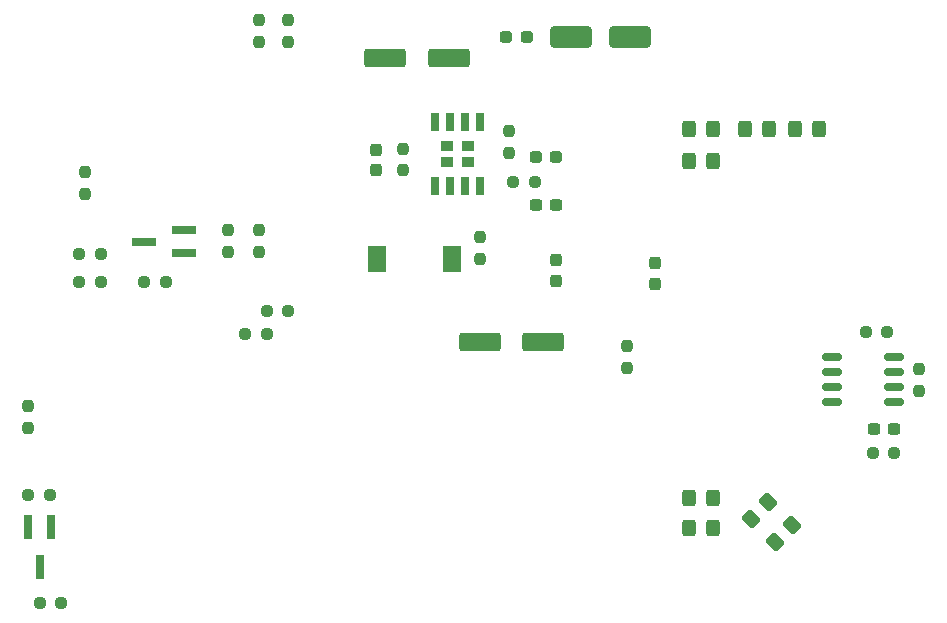
<source format=gbr>
%TF.GenerationSoftware,KiCad,Pcbnew,8.0.3*%
%TF.CreationDate,2024-06-26T22:05:55-03:00*%
%TF.ProjectId,PECDR,50454344-522e-46b6-9963-61645f706362,rev?*%
%TF.SameCoordinates,Original*%
%TF.FileFunction,Paste,Bot*%
%TF.FilePolarity,Positive*%
%FSLAX46Y46*%
G04 Gerber Fmt 4.6, Leading zero omitted, Abs format (unit mm)*
G04 Created by KiCad (PCBNEW 8.0.3) date 2024-06-26 22:05:55*
%MOMM*%
%LPD*%
G01*
G04 APERTURE LIST*
G04 Aperture macros list*
%AMRoundRect*
0 Rectangle with rounded corners*
0 $1 Rounding radius*
0 $2 $3 $4 $5 $6 $7 $8 $9 X,Y pos of 4 corners*
0 Add a 4 corners polygon primitive as box body*
4,1,4,$2,$3,$4,$5,$6,$7,$8,$9,$2,$3,0*
0 Add four circle primitives for the rounded corners*
1,1,$1+$1,$2,$3*
1,1,$1+$1,$4,$5*
1,1,$1+$1,$6,$7*
1,1,$1+$1,$8,$9*
0 Add four rect primitives between the rounded corners*
20,1,$1+$1,$2,$3,$4,$5,0*
20,1,$1+$1,$4,$5,$6,$7,0*
20,1,$1+$1,$6,$7,$8,$9,0*
20,1,$1+$1,$8,$9,$2,$3,0*%
G04 Aperture macros list end*
%ADD10RoundRect,0.237500X0.250000X0.237500X-0.250000X0.237500X-0.250000X-0.237500X0.250000X-0.237500X0*%
%ADD11RoundRect,0.237500X-0.237500X0.250000X-0.237500X-0.250000X0.237500X-0.250000X0.237500X0.250000X0*%
%ADD12R,2.000000X0.700000*%
%ADD13RoundRect,0.237500X0.237500X-0.250000X0.237500X0.250000X-0.237500X0.250000X-0.237500X-0.250000X0*%
%ADD14RoundRect,0.237500X-0.250000X-0.237500X0.250000X-0.237500X0.250000X0.237500X-0.250000X0.237500X0*%
%ADD15RoundRect,0.250000X1.500000X0.550000X-1.500000X0.550000X-1.500000X-0.550000X1.500000X-0.550000X0*%
%ADD16RoundRect,0.250000X-1.500000X-0.550000X1.500000X-0.550000X1.500000X0.550000X-1.500000X0.550000X0*%
%ADD17RoundRect,0.237500X0.237500X-0.300000X0.237500X0.300000X-0.237500X0.300000X-0.237500X-0.300000X0*%
%ADD18RoundRect,0.237500X0.300000X0.237500X-0.300000X0.237500X-0.300000X-0.237500X0.300000X-0.237500X0*%
%ADD19RoundRect,0.237500X-0.300000X-0.237500X0.300000X-0.237500X0.300000X0.237500X-0.300000X0.237500X0*%
%ADD20RoundRect,0.250000X-0.325000X-0.450000X0.325000X-0.450000X0.325000X0.450000X-0.325000X0.450000X0*%
%ADD21RoundRect,0.250000X-1.500000X-0.650000X1.500000X-0.650000X1.500000X0.650000X-1.500000X0.650000X0*%
%ADD22RoundRect,0.237500X-0.287500X-0.237500X0.287500X-0.237500X0.287500X0.237500X-0.287500X0.237500X0*%
%ADD23RoundRect,0.250000X-0.088388X0.548008X-0.548008X0.088388X0.088388X-0.548008X0.548008X-0.088388X0*%
%ADD24RoundRect,0.250000X0.325000X0.450000X-0.325000X0.450000X-0.325000X-0.450000X0.325000X-0.450000X0*%
%ADD25R,0.700000X2.000000*%
%ADD26R,1.600000X2.200000*%
%ADD27R,0.650000X1.500000*%
%ADD28R,1.080000X0.810000*%
%ADD29RoundRect,0.250000X0.088388X-0.548008X0.548008X-0.088388X-0.088388X0.548008X-0.548008X0.088388X0*%
%ADD30RoundRect,0.150000X-0.675000X-0.150000X0.675000X-0.150000X0.675000X0.150000X-0.675000X0.150000X0*%
%ADD31RoundRect,0.237500X-0.237500X0.300000X-0.237500X-0.300000X0.237500X-0.300000X0.237500X0.300000X0*%
G04 APERTURE END LIST*
D10*
%TO.C,R19*%
X40925000Y-76302944D03*
X39100000Y-76302944D03*
%TD*%
D11*
%TO.C,R16*%
X51700000Y-71877944D03*
X51700000Y-73702944D03*
%TD*%
D12*
%TO.C,Q2*%
X48000000Y-71902944D03*
X48000000Y-73802944D03*
X44600000Y-72852944D03*
%TD*%
D13*
%TO.C,R21*%
X85500000Y-83527944D03*
X85500000Y-81702944D03*
%TD*%
D14*
%TO.C,R5*%
X75837500Y-67802944D03*
X77662500Y-67802944D03*
%TD*%
D11*
%TO.C,R10*%
X34800000Y-86802944D03*
X34800000Y-88627944D03*
%TD*%
D15*
%TO.C,C4*%
X70400000Y-57302944D03*
X65000000Y-57302944D03*
%TD*%
D16*
%TO.C,C9*%
X73000000Y-81302944D03*
X78400000Y-81302944D03*
%TD*%
D17*
%TO.C,C6*%
X87900000Y-76402944D03*
X87900000Y-74677944D03*
%TD*%
D18*
%TO.C,C3*%
X108100000Y-88702944D03*
X106375000Y-88702944D03*
%TD*%
D19*
%TO.C,C8*%
X77750000Y-69752944D03*
X79475000Y-69752944D03*
%TD*%
D11*
%TO.C,R18*%
X54300000Y-54077944D03*
X54300000Y-55902944D03*
%TD*%
D10*
%TO.C,R20*%
X40925000Y-73902944D03*
X39100000Y-73902944D03*
%TD*%
D20*
%TO.C,D4*%
X90700000Y-63302944D03*
X92750000Y-63302944D03*
%TD*%
D11*
%TO.C,R8*%
X75500000Y-63477944D03*
X75500000Y-65302944D03*
%TD*%
D21*
%TO.C,D1*%
X80750000Y-55552944D03*
X85750000Y-55552944D03*
%TD*%
D17*
%TO.C,C7*%
X64250000Y-66802944D03*
X64250000Y-65077944D03*
%TD*%
D11*
%TO.C,R6*%
X66500000Y-64977944D03*
X66500000Y-66802944D03*
%TD*%
D22*
%TO.C,FB1*%
X75250000Y-55552944D03*
X77000000Y-55552944D03*
%TD*%
D14*
%TO.C,R2*%
X105700000Y-80502944D03*
X107525000Y-80502944D03*
%TD*%
D23*
%TO.C,D8*%
X99449568Y-96853376D03*
X98000000Y-98302944D03*
%TD*%
D24*
%TO.C,D5*%
X92750000Y-66052944D03*
X90700000Y-66052944D03*
%TD*%
D25*
%TO.C,Q1*%
X34800000Y-97002944D03*
X36700000Y-97002944D03*
X35750000Y-100402944D03*
%TD*%
D24*
%TO.C,D2*%
X101750000Y-63302944D03*
X99700000Y-63302944D03*
%TD*%
D10*
%TO.C,R14*%
X46425000Y-76302944D03*
X44600000Y-76302944D03*
%TD*%
D14*
%TO.C,R11*%
X34800000Y-94302944D03*
X36625000Y-94302944D03*
%TD*%
D13*
%TO.C,R15*%
X54300000Y-73702944D03*
X54300000Y-71877944D03*
%TD*%
D11*
%TO.C,R1*%
X110250000Y-83640444D03*
X110250000Y-85465444D03*
%TD*%
D20*
%TO.C,D6*%
X90700000Y-97052944D03*
X92750000Y-97052944D03*
%TD*%
D26*
%TO.C,L1*%
X64300000Y-74302944D03*
X70700000Y-74302944D03*
%TD*%
D11*
%TO.C,R17*%
X56800000Y-54077944D03*
X56800000Y-55902944D03*
%TD*%
D27*
%TO.C,U2*%
X69230000Y-62702944D03*
X70500000Y-62702944D03*
X71770000Y-62702944D03*
X73040000Y-62702944D03*
X73040000Y-68102944D03*
X71770000Y-68102944D03*
X70500000Y-68102944D03*
X69230000Y-68102944D03*
D28*
X72035000Y-64727944D03*
X70235000Y-64727944D03*
X72035000Y-66077944D03*
X70235000Y-66077944D03*
%TD*%
D10*
%TO.C,R13*%
X54975000Y-80702944D03*
X53150000Y-80702944D03*
%TD*%
D22*
%TO.C,FB2*%
X77750000Y-65702944D03*
X79500000Y-65702944D03*
%TD*%
D10*
%TO.C,R9*%
X37600000Y-103402944D03*
X35775000Y-103402944D03*
%TD*%
D24*
%TO.C,D7*%
X92750000Y-94552944D03*
X90700000Y-94552944D03*
%TD*%
D13*
%TO.C,R4*%
X39600000Y-68802944D03*
X39600000Y-66977944D03*
%TD*%
D10*
%TO.C,R3*%
X108100000Y-90702944D03*
X106275000Y-90702944D03*
%TD*%
D24*
%TO.C,D3*%
X97525000Y-63302944D03*
X95475000Y-63302944D03*
%TD*%
D11*
%TO.C,R7*%
X73000000Y-72477944D03*
X73000000Y-74302944D03*
%TD*%
D29*
%TO.C,D9*%
X96000000Y-96302944D03*
X97449568Y-94853376D03*
%TD*%
D10*
%TO.C,R12*%
X56800000Y-78702944D03*
X54975000Y-78702944D03*
%TD*%
D30*
%TO.C,U1*%
X102875000Y-86457944D03*
X102875000Y-85187944D03*
X102875000Y-83917944D03*
X102875000Y-82647944D03*
X108125000Y-82647944D03*
X108125000Y-83917944D03*
X108125000Y-85187944D03*
X108125000Y-86457944D03*
%TD*%
D31*
%TO.C,C1*%
X79500000Y-74440444D03*
X79500000Y-76165444D03*
%TD*%
M02*

</source>
